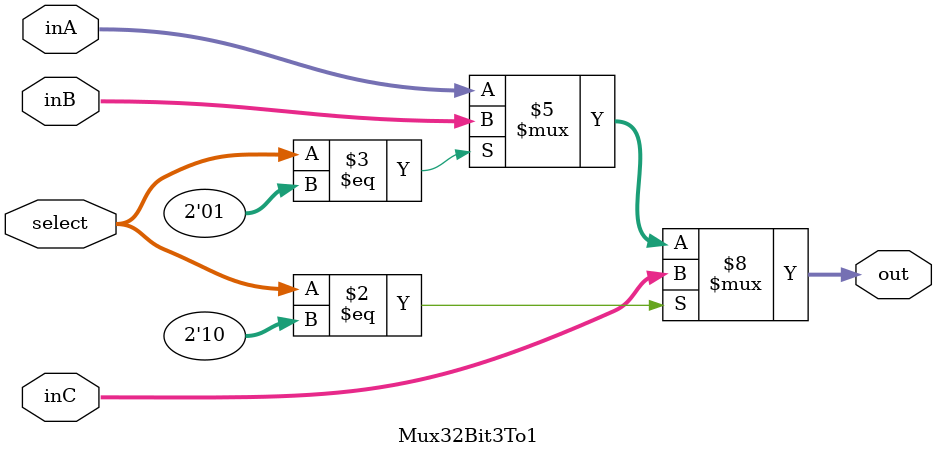
<source format=v>
`timescale 1ns / 1ps


module Mux32Bit3To1(inA, inB, inC, select, out);
    input [31:0] inA;
    input [31:0] inB;
    input [31:0] inC;
    input [1:0] select;
    output reg [31:0] out;
    
    always @(select, inA, inB, inC) begin
            if (select == 'b10 ) begin
                out <= inC;
            end 
            else if (select == 'b01) begin
                out <= inB;
            end
            else begin
                out <= inA;
            end
        end
    
endmodule

</source>
